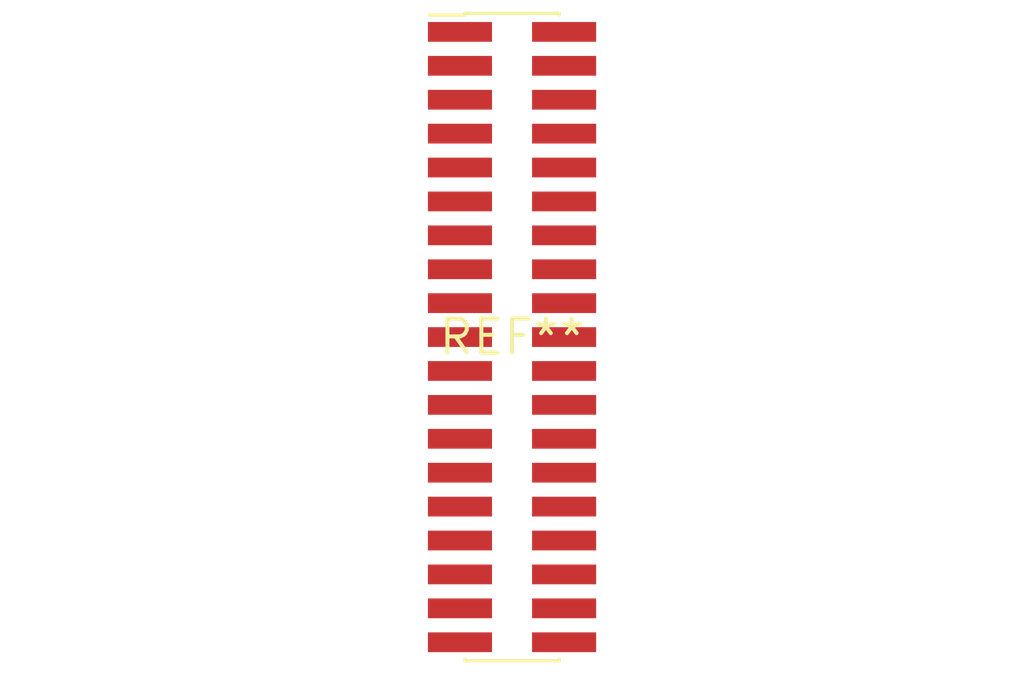
<source format=kicad_pcb>
(kicad_pcb (version 20240108) (generator pcbnew)
  (layers (0 "F.Cu" signal) (31 "B.Cu" signal) (34 "B.Paste" user) (35 "F.Paste" user) (36 "B.SilkS" user "B.Silkscreen") (37 "F.SilkS" user "F.Silkscreen") (38 "B.Mask" user) (39 "F.Mask" user) (44 "Edge.Cuts" user))
  (net 0 "")
  (footprint "PinHeader_2x19_P1.27mm_Vertical_SMD" (layer "F.Cu") (at 0 0)
    (property "Reference" "REF**")
    (property "Value" "PinHeader_2x19_P1.27mm_Vertical_SMD")
    (fp_line (start -3.09 -12.06) (end -1.765 -12.06) (layer "F.SilkS") (stroke (width 0.12)))
    (fp_line (start -1.765 -12.125) (end -1.765 -12.06) (layer "F.SilkS") (stroke (width 0.12)))
    (fp_line (start -1.765 -12.125) (end 1.765 -12.125) (layer "F.SilkS") (stroke (width 0.12)))
    (fp_line (start -1.765 12.06) (end -1.765 12.125) (layer "F.SilkS") (stroke (width 0.12)))
    (fp_line (start -1.765 12.125) (end 1.765 12.125) (layer "F.SilkS") (stroke (width 0.12)))
    (fp_line (start 1.765 -12.125) (end 1.765 -12.06) (layer "F.SilkS") (stroke (width 0.12)))
    (fp_line (start 1.765 12.06) (end 1.765 12.125) (layer "F.SilkS") (stroke (width 0.12)))
    (pad "1" smd rect (at -1.95 -11.43) (size 2.4 0.74) (layers "F.Cu" "F.Paste" "F.Mask"))
    (pad "2" smd rect (at 1.95 -11.43) (size 2.4 0.74) (layers "F.Cu" "F.Paste" "F.Mask"))
    (pad "3" smd rect (at -1.95 -10.16) (size 2.4 0.74) (layers "F.Cu" "F.Paste" "F.Mask"))
    (pad "4" smd rect (at 1.95 -10.16) (size 2.4 0.74) (layers "F.Cu" "F.Paste" "F.Mask"))
    (pad "5" smd rect (at -1.95 -8.89) (size 2.4 0.74) (layers "F.Cu" "F.Paste" "F.Mask"))
    (pad "6" smd rect (at 1.95 -8.89) (size 2.4 0.74) (layers "F.Cu" "F.Paste" "F.Mask"))
    (pad "7" smd rect (at -1.95 -7.62) (size 2.4 0.74) (layers "F.Cu" "F.Paste" "F.Mask"))
    (pad "8" smd rect (at 1.95 -7.62) (size 2.4 0.74) (layers "F.Cu" "F.Paste" "F.Mask"))
    (pad "9" smd rect (at -1.95 -6.35) (size 2.4 0.74) (layers "F.Cu" "F.Paste" "F.Mask"))
    (pad "10" smd rect (at 1.95 -6.35) (size 2.4 0.74) (layers "F.Cu" "F.Paste" "F.Mask"))
    (pad "11" smd rect (at -1.95 -5.08) (size 2.4 0.74) (layers "F.Cu" "F.Paste" "F.Mask"))
    (pad "12" smd rect (at 1.95 -5.08) (size 2.4 0.74) (layers "F.Cu" "F.Paste" "F.Mask"))
    (pad "13" smd rect (at -1.95 -3.81) (size 2.4 0.74) (layers "F.Cu" "F.Paste" "F.Mask"))
    (pad "14" smd rect (at 1.95 -3.81) (size 2.4 0.74) (layers "F.Cu" "F.Paste" "F.Mask"))
    (pad "15" smd rect (at -1.95 -2.54) (size 2.4 0.74) (layers "F.Cu" "F.Paste" "F.Mask"))
    (pad "16" smd rect (at 1.95 -2.54) (size 2.4 0.74) (layers "F.Cu" "F.Paste" "F.Mask"))
    (pad "17" smd rect (at -1.95 -1.27) (size 2.4 0.74) (layers "F.Cu" "F.Paste" "F.Mask"))
    (pad "18" smd rect (at 1.95 -1.27) (size 2.4 0.74) (layers "F.Cu" "F.Paste" "F.Mask"))
    (pad "19" smd rect (at -1.95 0) (size 2.4 0.74) (layers "F.Cu" "F.Paste" "F.Mask"))
    (pad "20" smd rect (at 1.95 0) (size 2.4 0.74) (layers "F.Cu" "F.Paste" "F.Mask"))
    (pad "21" smd rect (at -1.95 1.27) (size 2.4 0.74) (layers "F.Cu" "F.Paste" "F.Mask"))
    (pad "22" smd rect (at 1.95 1.27) (size 2.4 0.74) (layers "F.Cu" "F.Paste" "F.Mask"))
    (pad "23" smd rect (at -1.95 2.54) (size 2.4 0.74) (layers "F.Cu" "F.Paste" "F.Mask"))
    (pad "24" smd rect (at 1.95 2.54) (size 2.4 0.74) (layers "F.Cu" "F.Paste" "F.Mask"))
    (pad "25" smd rect (at -1.95 3.81) (size 2.4 0.74) (layers "F.Cu" "F.Paste" "F.Mask"))
    (pad "26" smd rect (at 1.95 3.81) (size 2.4 0.74) (layers "F.Cu" "F.Paste" "F.Mask"))
    (pad "27" smd rect (at -1.95 5.08) (size 2.4 0.74) (layers "F.Cu" "F.Paste" "F.Mask"))
    (pad "28" smd rect (at 1.95 5.08) (size 2.4 0.74) (layers "F.Cu" "F.Paste" "F.Mask"))
    (pad "29" smd rect (at -1.95 6.35) (size 2.4 0.74) (layers "F.Cu" "F.Paste" "F.Mask"))
    (pad "30" smd rect (at 1.95 6.35) (size 2.4 0.74) (layers "F.Cu" "F.Paste" "F.Mask"))
    (pad "31" smd rect (at -1.95 7.62) (size 2.4 0.74) (layers "F.Cu" "F.Paste" "F.Mask"))
    (pad "32" smd rect (at 1.95 7.62) (size 2.4 0.74) (layers "F.Cu" "F.Paste" "F.Mask"))
    (pad "33" smd rect (at -1.95 8.89) (size 2.4 0.74) (layers "F.Cu" "F.Paste" "F.Mask"))
    (pad "34" smd rect (at 1.95 8.89) (size 2.4 0.74) (layers "F.Cu" "F.Paste" "F.Mask"))
    (pad "35" smd rect (at -1.95 10.16) (size 2.4 0.74) (layers "F.Cu" "F.Paste" "F.Mask"))
    (pad "36" smd rect (at 1.95 10.16) (size 2.4 0.74) (layers "F.Cu" "F.Paste" "F.Mask"))
    (pad "37" smd rect (at -1.95 11.43) (size 2.4 0.74) (layers "F.Cu" "F.Paste" "F.Mask"))
    (pad "38" smd rect (at 1.95 11.43) (size 2.4 0.74) (layers "F.Cu" "F.Paste" "F.Mask"))
  )
)
</source>
